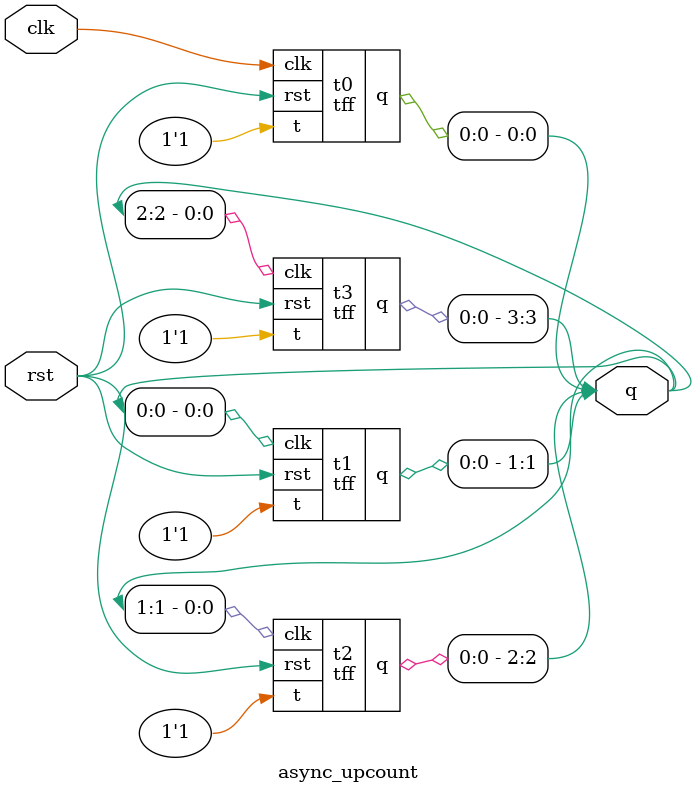
<source format=v>
module tff(
    input clk,
    input rst,
    input t,
    output reg q
);

always @(negedge clk or posedge rst) begin
    if (rst)
        q <= 1'b0;
    else if (t)
        q <= ~q;
end

endmodule


module async_upcount(
    input clk,
    input rst,
    output [3:0] q
);

tff t0(.clk(clk),   .rst(rst), .t(1'b1), .q(q[0]));
tff t1(.clk(q[0]),  .rst(rst), .t(1'b1), .q(q[1]));
tff t2(.clk(q[1]),  .rst(rst), .t(1'b1), .q(q[2]));
tff t3(.clk(q[2]),  .rst(rst), .t(1'b1), .q(q[3]));

endmodule


</source>
